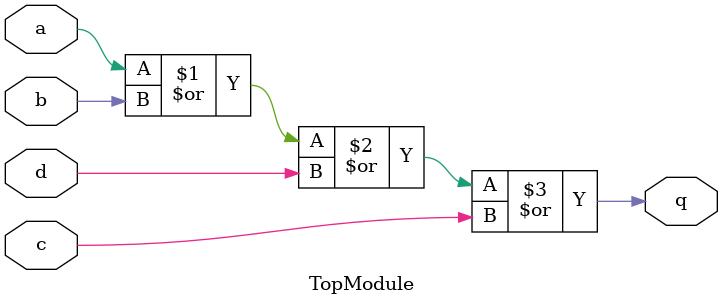
<source format=sv>

module TopModule (
  input a,
  input b,
  input c,
  input d,
  output q
);

assign q = a | b | d | c;

endmodule

// VERILOG-EVAL: errant inclusion of module definition

</source>
